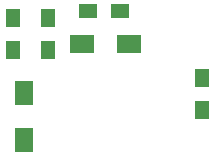
<source format=gbp>
G04 #@! TF.FileFunction,Paste,Bot*
%FSLAX46Y46*%
G04 Gerber Fmt 4.6, Leading zero omitted, Abs format (unit mm)*
G04 Created by KiCad (PCBNEW 4.0.2-stable) date Wednesday, January 18, 2017 'PMt' 01:23:50 PM*
%MOMM*%
G01*
G04 APERTURE LIST*
%ADD10C,0.100000*%
%ADD11R,2.000000X1.600000*%
%ADD12R,1.600000X2.000000*%
%ADD13R,1.500000X1.300000*%
%ADD14R,1.300000X1.500000*%
G04 APERTURE END LIST*
D10*
D11*
X144811500Y-91503500D03*
X140811500Y-91503500D03*
D12*
X135890000Y-95663000D03*
X135890000Y-99663000D03*
D13*
X141334500Y-88709500D03*
X144034500Y-88709500D03*
D14*
X134937500Y-92028000D03*
X134937500Y-89328000D03*
X150939500Y-97044500D03*
X150939500Y-94344500D03*
X137922000Y-92028000D03*
X137922000Y-89328000D03*
M02*

</source>
